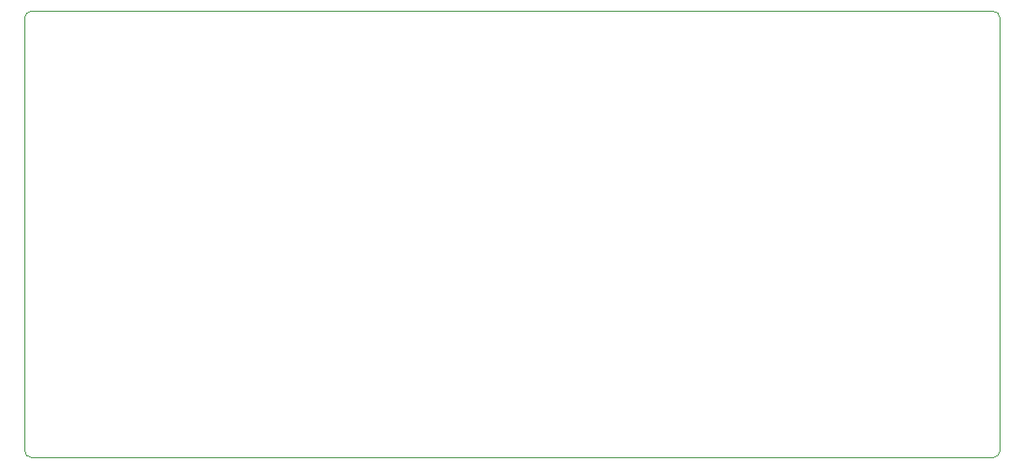
<source format=gm1>
G04 #@! TF.GenerationSoftware,KiCad,Pcbnew,7.0.11-7.0.11~ubuntu20.04.1*
G04 #@! TF.CreationDate,2024-08-17T23:29:04+02:00*
G04 #@! TF.ProjectId,kicad-kria-4x-pmod,6b696361-642d-46b7-9269-612d34782d70,1.0*
G04 #@! TF.SameCoordinates,Original*
G04 #@! TF.FileFunction,Profile,NP*
%FSLAX46Y46*%
G04 Gerber Fmt 4.6, Leading zero omitted, Abs format (unit mm)*
G04 Created by KiCad (PCBNEW 7.0.11-7.0.11~ubuntu20.04.1) date 2024-08-17 23:29:04*
%MOMM*%
%LPD*%
G01*
G04 APERTURE LIST*
G04 #@! TA.AperFunction,Profile*
%ADD10C,0.050000*%
G04 #@! TD*
G04 APERTURE END LIST*
D10*
X174625000Y-86360000D02*
G75*
G03*
X175260000Y-85725000I0J635000D01*
G01*
X83820000Y-85725000D02*
G75*
G03*
X84455000Y-86360000I635000J0D01*
G01*
X84455000Y-44450000D02*
G75*
G03*
X83820000Y-45085000I0J-635000D01*
G01*
X175260000Y-45085000D02*
G75*
G03*
X174625000Y-44450000I-635000J0D01*
G01*
X175260000Y-85725000D02*
X175260000Y-45085000D01*
X84455000Y-86360000D02*
X174625000Y-86360000D01*
X83820000Y-45085000D02*
X83820000Y-85725000D01*
X174625000Y-44450000D02*
X84455000Y-44450000D01*
M02*

</source>
